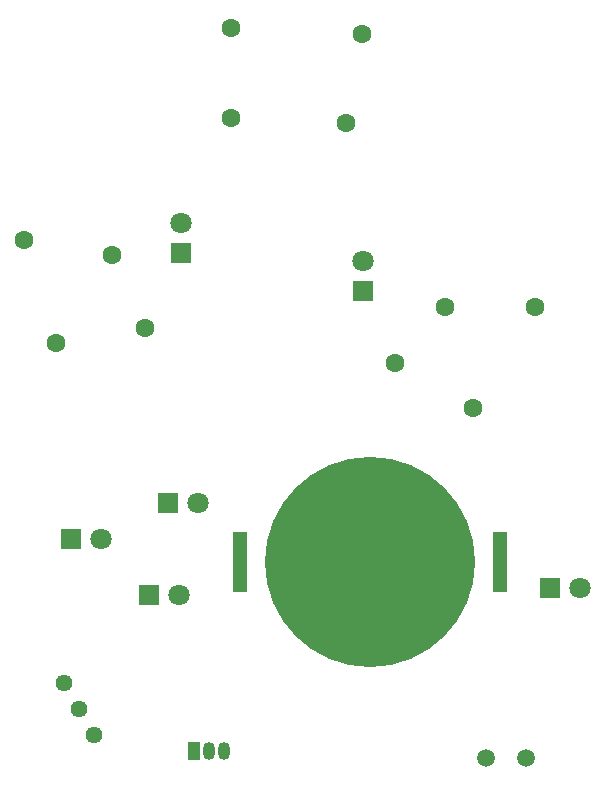
<source format=gbr>
%TF.GenerationSoftware,KiCad,Pcbnew,9.0.2*%
%TF.CreationDate,2025-06-30T17:21:47-07:00*%
%TF.ProjectId,FirstHCProject,46697273-7448-4435-9072-6f6a6563742e,rev?*%
%TF.SameCoordinates,Original*%
%TF.FileFunction,Soldermask,Top*%
%TF.FilePolarity,Negative*%
%FSLAX46Y46*%
G04 Gerber Fmt 4.6, Leading zero omitted, Abs format (unit mm)*
G04 Created by KiCad (PCBNEW 9.0.2) date 2025-06-30 17:21:47*
%MOMM*%
%LPD*%
G01*
G04 APERTURE LIST*
%ADD10R,1.800000X1.800000*%
%ADD11C,1.800000*%
%ADD12C,1.600000*%
%ADD13C,1.440000*%
%ADD14C,1.500000*%
%ADD15R,1.050000X1.500000*%
%ADD16O,1.050000X1.500000*%
%ADD17R,1.270000X5.080000*%
%ADD18C,17.800000*%
G04 APERTURE END LIST*
D10*
%TO.C,D2*%
X136260000Y-119000000D03*
D11*
X138800000Y-119000000D03*
%TD*%
D12*
%TO.C,R3*%
X141600000Y-86400000D03*
X141600000Y-78780000D03*
%TD*%
D10*
%TO.C,D5*%
X152800000Y-101000000D03*
D11*
X152800000Y-98460000D03*
%TD*%
D13*
%TO.C,RV1*%
X127460000Y-134200591D03*
X128730000Y-136400296D03*
X130000000Y-138600000D03*
%TD*%
D12*
%TO.C,R6*%
X155500443Y-107095000D03*
X162099557Y-110905000D03*
%TD*%
D14*
%TO.C,R7*%
X163200000Y-140600000D03*
X166600000Y-140600000D03*
%TD*%
D15*
%TO.C,Q1*%
X138460000Y-140000000D03*
D16*
X139730000Y-140000000D03*
X141000000Y-140000000D03*
%TD*%
D10*
%TO.C,D3*%
X134660000Y-126800000D03*
D11*
X137200000Y-126800000D03*
%TD*%
D10*
%TO.C,D1*%
X128060000Y-122000000D03*
D11*
X130600000Y-122000000D03*
%TD*%
D12*
%TO.C,R1*%
X124095765Y-96676801D03*
X131600000Y-98000000D03*
%TD*%
D17*
%TO.C,BT2*%
X142415000Y-124000000D03*
X164385000Y-124000000D03*
D18*
X153400000Y-124000000D03*
%TD*%
D12*
%TO.C,R2*%
X126847883Y-105461600D03*
X134352118Y-104138401D03*
%TD*%
D10*
%TO.C,D4*%
X137400000Y-97800000D03*
D11*
X137400000Y-95260000D03*
%TD*%
D12*
%TO.C,R4*%
X151400000Y-86810000D03*
X152723199Y-79305765D03*
%TD*%
D10*
%TO.C,D6*%
X168660000Y-126200000D03*
D11*
X171200000Y-126200000D03*
%TD*%
D12*
%TO.C,R5*%
X159790000Y-102400000D03*
X167410000Y-102400000D03*
%TD*%
M02*

</source>
